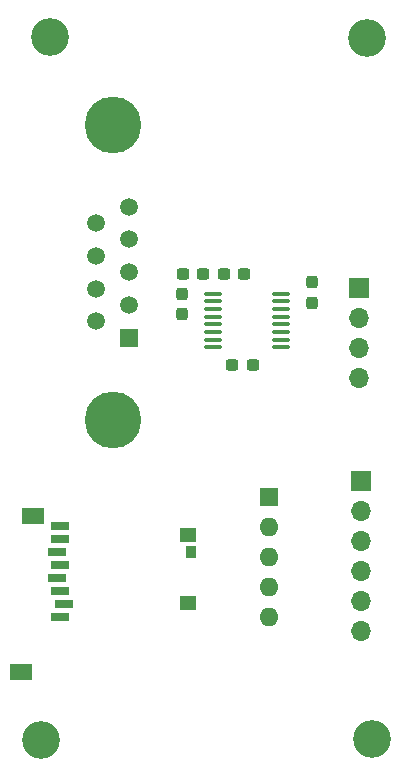
<source format=gts>
%TF.GenerationSoftware,KiCad,Pcbnew,(6.0.9)*%
%TF.CreationDate,2022-11-23T00:56:20+01:00*%
%TF.ProjectId,Testapparaat_io,54657374-6170-4706-9172-6161745f696f,rev?*%
%TF.SameCoordinates,Original*%
%TF.FileFunction,Soldermask,Top*%
%TF.FilePolarity,Negative*%
%FSLAX46Y46*%
G04 Gerber Fmt 4.6, Leading zero omitted, Abs format (unit mm)*
G04 Created by KiCad (PCBNEW (6.0.9)) date 2022-11-23 00:56:20*
%MOMM*%
%LPD*%
G01*
G04 APERTURE LIST*
G04 Aperture macros list*
%AMRoundRect*
0 Rectangle with rounded corners*
0 $1 Rounding radius*
0 $2 $3 $4 $5 $6 $7 $8 $9 X,Y pos of 4 corners*
0 Add a 4 corners polygon primitive as box body*
4,1,4,$2,$3,$4,$5,$6,$7,$8,$9,$2,$3,0*
0 Add four circle primitives for the rounded corners*
1,1,$1+$1,$2,$3*
1,1,$1+$1,$4,$5*
1,1,$1+$1,$6,$7*
1,1,$1+$1,$8,$9*
0 Add four rect primitives between the rounded corners*
20,1,$1+$1,$2,$3,$4,$5,0*
20,1,$1+$1,$4,$5,$6,$7,0*
20,1,$1+$1,$6,$7,$8,$9,0*
20,1,$1+$1,$8,$9,$2,$3,0*%
G04 Aperture macros list end*
%ADD10C,3.200000*%
%ADD11R,1.600000X1.600000*%
%ADD12O,1.600000X1.600000*%
%ADD13R,1.500000X1.500000*%
%ADD14C,1.500000*%
%ADD15C,4.800000*%
%ADD16R,1.700000X1.700000*%
%ADD17O,1.700000X1.700000*%
%ADD18RoundRect,0.237500X-0.237500X0.300000X-0.237500X-0.300000X0.237500X-0.300000X0.237500X0.300000X0*%
%ADD19RoundRect,0.237500X0.300000X0.237500X-0.300000X0.237500X-0.300000X-0.237500X0.300000X-0.237500X0*%
%ADD20RoundRect,0.237500X-0.300000X-0.237500X0.300000X-0.237500X0.300000X0.237500X-0.300000X0.237500X0*%
%ADD21RoundRect,0.100000X-0.637500X-0.100000X0.637500X-0.100000X0.637500X0.100000X-0.637500X0.100000X0*%
%ADD22R,1.400000X1.300000*%
%ADD23R,0.950000X1.000000*%
%ADD24R,1.900000X1.400000*%
%ADD25R,1.500000X0.800000*%
G04 APERTURE END LIST*
D10*
X124275000Y-93575000D03*
D11*
X143550000Y-73000000D03*
D12*
X143550000Y-75540000D03*
X143550000Y-78080000D03*
X143550000Y-80620000D03*
X143550000Y-83160000D03*
D13*
X131750000Y-59550000D03*
D14*
X131750000Y-56778000D03*
X131750000Y-54005000D03*
X131750000Y-51233000D03*
X131750000Y-48460000D03*
X128910000Y-58164000D03*
X128910000Y-55391000D03*
X128910000Y-52619000D03*
X128910000Y-49846000D03*
D15*
X130330000Y-66500000D03*
X130330000Y-41510000D03*
D16*
X151375000Y-71650000D03*
D17*
X151375000Y-74190000D03*
X151375000Y-76730000D03*
X151375000Y-79270000D03*
X151375000Y-81810000D03*
X151375000Y-84350000D03*
D10*
X152250000Y-93500000D03*
X151875000Y-34200000D03*
D18*
X147208000Y-54867000D03*
X147208000Y-56592000D03*
D19*
X137975000Y-54125000D03*
X136250000Y-54125000D03*
D20*
X140458000Y-61842000D03*
X142183000Y-61842000D03*
D18*
X136208000Y-55842000D03*
X136208000Y-57567000D03*
D21*
X138845500Y-55817000D03*
X138845500Y-56467000D03*
X138845500Y-57117000D03*
X138845500Y-57767000D03*
X138845500Y-58417000D03*
X138845500Y-59067000D03*
X138845500Y-59717000D03*
X138845500Y-60367000D03*
X144570500Y-60367000D03*
X144570500Y-59717000D03*
X144570500Y-59067000D03*
X144570500Y-58417000D03*
X144570500Y-57767000D03*
X144570500Y-57117000D03*
X144570500Y-56467000D03*
X144570500Y-55817000D03*
D10*
X125000000Y-34080000D03*
D22*
X136699000Y-76275000D03*
D23*
X136925000Y-77665000D03*
D22*
X136699000Y-81975000D03*
D24*
X123550000Y-74675000D03*
X122550000Y-87825000D03*
D25*
X125839000Y-83165000D03*
X126239000Y-82065000D03*
X125839000Y-80965000D03*
X125639000Y-79865000D03*
X125839000Y-78765000D03*
X125639000Y-77665000D03*
X125839000Y-76565000D03*
X125839000Y-75465000D03*
D19*
X141465000Y-54140000D03*
X139740000Y-54140000D03*
D16*
X151183000Y-55317000D03*
D17*
X151183000Y-57857000D03*
X151183000Y-60397000D03*
X151183000Y-62937000D03*
M02*

</source>
